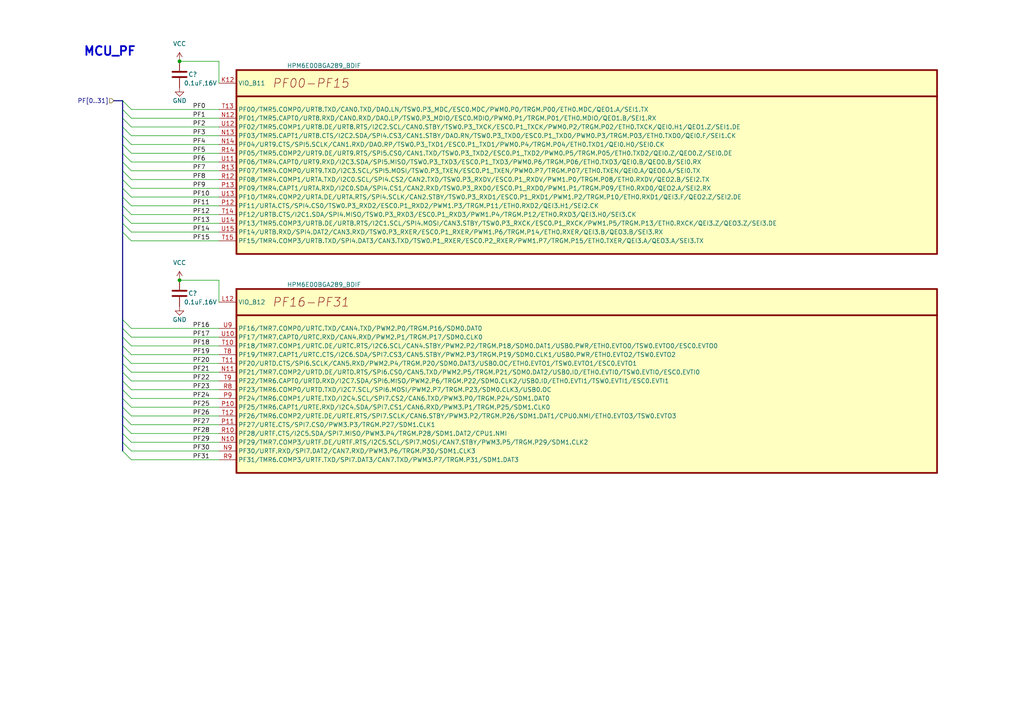
<source format=kicad_sch>
(kicad_sch (version 20230121) (generator eeschema)
  (paper "A4")
  (title_block (title "HPM6E00FULLPORTRevB") (date "2024-09-12") (rev "RevA") (comment 1 "MCU_PF"))
  (junction (at 52.07 81.28))
  (junction (at 52.07 17.78))
  (bus_entry (at 35.56 31.75) (size 2.54 2.54))
  (bus_entry (at 35.56 120.65) (size 2.54 2.54))
  (bus_entry (at 35.56 92.71) (size 2.54 2.54))
  (bus_entry (at 35.56 107.95) (size 2.54 2.54))
  (bus_entry (at 35.56 49.53) (size 2.54 2.54))
  (bus_entry (at 35.56 62.23) (size 2.54 2.54))
  (bus_entry (at 35.56 118.11) (size 2.54 2.54))
  (bus_entry (at 35.56 125.73) (size 2.54 2.54))
  (bus_entry (at 35.56 34.29) (size 2.54 2.54))
  (bus_entry (at 35.56 29.21) (size 2.54 2.54))
  (bus_entry (at 35.56 44.45) (size 2.54 2.54))
  (bus_entry (at 35.56 67.31) (size 2.54 2.54))
  (bus_entry (at 35.56 100.33) (size 2.54 2.54))
  (bus_entry (at 35.56 105.41) (size 2.54 2.54))
  (bus_entry (at 35.56 41.91) (size 2.54 2.54))
  (bus_entry (at 35.56 36.83) (size 2.54 2.54))
  (bus_entry (at 35.56 102.87) (size 2.54 2.54))
  (bus_entry (at 35.56 57.15) (size 2.54 2.54))
  (bus_entry (at 35.56 54.61) (size 2.54 2.54))
  (bus_entry (at 35.56 97.79) (size 2.54 2.54))
  (bus_entry (at 35.56 113.03) (size 2.54 2.54))
  (bus_entry (at 35.56 64.77) (size 2.54 2.54))
  (bus_entry (at 35.56 52.07) (size 2.54 2.54))
  (bus_entry (at 35.56 59.69) (size 2.54 2.54))
  (bus_entry (at 35.56 110.49) (size 2.54 2.54))
  (bus_entry (at 35.56 95.25) (size 2.54 2.54))
  (bus_entry (at 35.56 115.57) (size 2.54 2.54))
  (bus_entry (at 35.56 128.27) (size 2.54 2.54))
  (bus_entry (at 35.56 123.19) (size 2.54 2.54))
  (bus_entry (at 35.56 46.99) (size 2.54 2.54))
  (bus_entry (at 35.56 39.37) (size 2.54 2.54))
  (bus_entry (at 35.56 130.81) (size 2.54 2.54))
  (wire (pts (xy 38.1 49.53) (xy 63.5 49.53)))
  (wire (pts (xy 38.1 41.91) (xy 63.5 41.91)))
  (bus (pts (xy 35.56 34.29) (xy 35.56 36.83)))
  (wire (pts (xy 38.1 36.83) (xy 63.5 36.83)))
  (bus (pts (xy 35.56 59.69) (xy 35.56 62.23)))
  (wire (pts (xy 38.1 39.37) (xy 63.5 39.37)))
  (wire (pts (xy 63.5 17.78) (xy 63.5 24.13)))
  (bus (pts (xy 35.56 92.71) (xy 35.56 95.25)))
  (wire (pts (xy 38.1 125.73) (xy 63.5 125.73)))
  (wire (pts (xy 38.1 52.07) (xy 63.5 52.07)))
  (bus (pts (xy 35.56 118.11) (xy 35.56 120.65)))
  (bus (pts (xy 35.56 123.19) (xy 35.56 125.73)))
  (wire (pts (xy 38.1 31.75) (xy 63.5 31.75)))
  (bus (pts (xy 35.56 39.37) (xy 35.56 41.91)))
  (bus (pts (xy 35.56 49.53) (xy 35.56 52.07)))
  (bus (pts (xy 35.56 113.03) (xy 35.56 115.57)))
  (wire (pts (xy 38.1 54.61) (xy 63.5 54.61)))
  (wire (pts (xy 38.1 118.11) (xy 63.5 118.11)))
  (bus (pts (xy 35.56 29.21) (xy 35.56 31.75)))
  (wire (pts (xy 38.1 115.57) (xy 63.5 115.57)))
  (bus (pts (xy 35.56 57.15) (xy 35.56 59.69)))
  (bus (pts (xy 35.56 105.41) (xy 35.56 107.95)))
  (wire (pts (xy 38.1 113.03) (xy 63.5 113.03)))
  (bus (pts (xy 33.02 29.21) (xy 35.56 29.21)))
  (bus (pts (xy 35.56 41.91) (xy 35.56 44.45)))
  (bus (pts (xy 35.56 128.27) (xy 35.56 130.81)))
  (bus (pts (xy 35.56 67.31) (xy 35.56 92.71)))
  (bus (pts (xy 35.56 125.73) (xy 35.56 128.27)))
  (wire (pts (xy 63.5 81.28) (xy 52.07 81.28)))
  (wire (pts (xy 38.1 100.33) (xy 63.5 100.33)))
  (wire (pts (xy 63.5 81.28) (xy 63.5 87.63)))
  (wire (pts (xy 38.1 44.45) (xy 63.5 44.45)))
  (wire (pts (xy 38.1 123.19) (xy 63.5 123.19)))
  (wire (pts (xy 38.1 34.29) (xy 63.5 34.29)))
  (bus (pts (xy 35.56 120.65) (xy 35.56 123.19)))
  (wire (pts (xy 38.1 69.85) (xy 63.5 69.85)))
  (wire (pts (xy 38.1 59.69) (xy 63.5 59.69)))
  (bus (pts (xy 35.56 64.77) (xy 35.56 67.31)))
  (wire (pts (xy 38.1 107.95) (xy 63.5 107.95)))
  (bus (pts (xy 35.56 115.57) (xy 35.56 118.11)))
  (wire (pts (xy 38.1 133.35) (xy 63.5 133.35)))
  (bus (pts (xy 35.56 52.07) (xy 35.56 54.61)))
  (bus (pts (xy 35.56 100.33) (xy 35.56 102.87)))
  (wire (pts (xy 38.1 110.49) (xy 63.5 110.49)))
  (bus (pts (xy 35.56 46.99) (xy 35.56 49.53)))
  (bus (pts (xy 35.56 102.87) (xy 35.56 105.41)))
  (bus (pts (xy 35.56 62.23) (xy 35.56 64.77)))
  (bus (pts (xy 35.56 44.45) (xy 35.56 46.99)))
  (wire (pts (xy 38.1 97.79) (xy 63.5 97.79)))
  (bus (pts (xy 35.56 107.95) (xy 35.56 110.49)))
  (wire (pts (xy 38.1 62.23) (xy 63.5 62.23)))
  (bus (pts (xy 35.56 31.75) (xy 35.56 34.29)))
  (wire (pts (xy 38.1 46.99) (xy 63.5 46.99)))
  (wire (pts (xy 38.1 128.27) (xy 63.5 128.27)))
  (wire (pts (xy 38.1 67.31) (xy 63.5 67.31)))
  (bus (pts (xy 35.56 110.49) (xy 35.56 113.03)))
  (wire (pts (xy 38.1 95.25) (xy 63.5 95.25)))
  (bus (pts (xy 35.56 97.79) (xy 35.56 100.33)))
  (bus (pts (xy 35.56 36.83) (xy 35.56 39.37)))
  (bus (pts (xy 35.56 54.61) (xy 35.56 57.15)))
  (bus (pts (xy 35.56 95.25) (xy 35.56 97.79)))
  (wire (pts (xy 38.1 105.41) (xy 63.5 105.41)))
  (wire (pts (xy 38.1 130.81) (xy 63.5 130.81)))
  (wire (pts (xy 38.1 102.87) (xy 63.5 102.87)))
  (wire (pts (xy 63.5 17.78) (xy 52.07 17.78)))
  (wire (pts (xy 38.1 120.65) (xy 63.5 120.65)))
  (wire (pts (xy 38.1 64.77) (xy 63.5 64.77)))
  (wire (pts (xy 38.1 57.15) (xy 63.5 57.15)))
  (text "MCU_PF" (at 24.13 16.51 0) (effects (font (size 2.54 2.54) (thickness 0.508) bold) (justify left bottom)))
  (label "PF17" (at 55.88 97.79 0))
  (label "PF21" (at 55.88 107.95 0))
  (label "PF15" (at 55.88 69.85 0))
  (label "PF16" (at 55.88 95.25 0))
  (label "PF29" (at 55.88 128.27 0))
  (label "PF28" (at 55.88 125.73 0))
  (label "PF22" (at 55.88 110.49 0))
  (label "PF8" (at 55.88 52.07 0))
  (label "PF0" (at 55.88 31.75 0))
  (label "PF5" (at 55.88 44.45 0))
  (label "PF1" (at 55.88 34.29 0))
  (label "PF6" (at 55.88 46.99 0))
  (label "PF10" (at 55.88 57.15 0))
  (label "PF7" (at 55.88 49.53 0))
  (label "PF23" (at 55.88 113.03 0))
  (label "PF11" (at 55.88 59.69 0))
  (label "PF13" (at 55.88 64.77 0))
  (label "PF24" (at 55.88 115.57 0))
  (label "PF19" (at 55.88 102.87 0))
  (label "PF31" (at 55.88 133.35 0))
  (label "PF4" (at 55.88 41.91 0))
  (label "PF14" (at 55.88 67.31 0))
  (label "PF26" (at 55.88 120.65 0))
  (label "PF20" (at 55.88 105.41 0))
  (label "PF12" (at 55.88 62.23 0))
  (label "PF18" (at 55.88 100.33 0))
  (label "PF25" (at 55.88 118.11 0))
  (label "PF30" (at 55.88 130.81 0))
  (label "PF2" (at 55.88 36.83 0))
  (label "PF9" (at 55.88 54.61 0))
  (label "PF3" (at 55.88 39.37 0))
  (label "PF27" (at 55.88 123.19 0))
  (hierarchical_label "PF[0..31]" (shape input) (at 33.02 29.21 180))
  (symbol (lib_id "power:GND") (at 52.07 25.4 0) (unit 1)
    (property "Reference" "#PWR?" (effects hide))
    (property "Value" "GND" (at 50.038 29.21 0) (effects (justify left)))
    (instances (project "HPM6E00 SKT Board BGA289_BDIF REVA" (path "" (reference "#PWR?") (unit 1)) (path "" (reference "#PWR?") (unit 1))) (project "HPM5300-CON-JTAG" (path "" (reference "#PWR?") (unit 1))) (project "HPM6E00FULLPORTRevB" (path "" (reference "#PWR?") (unit 1)) (path "" (reference "#PWR?") (unit 1)) (path "" (reference "#PWR?") (unit 1)) (path "" (reference "#PWR?") (unit 1)) (path "" (reference "#PWR078") (unit 1))) (project "HPM5300 SKT Board LQFP100 REVA" (path "" (reference "#PWR?") (unit 1))))
  )
  (symbol (lib_id "00_HPM_power:VCC") (at 52.07 17.78 0) (unit 1)
    (property "Reference" "#PWR?" (effects hide))
    (property "Value" "VCC" (at 52.07 12.7 0))
    (instances (project "HPM6E00FULLPORTRevB" (path "" (reference "#PWR?") (unit 1)) (path "" (reference "#PWR076") (unit 1))))
  )
  (symbol (lib_id "99_HPM:HPM6E00BGA289_BDIF") (at 68.58 83.82 0) (unit 15)
    (property "Reference" "U?" (effects hide))
    (property "Value" "HPM6E00BGA289_BDIF" (at 93.98 82.55 0))
    (property "Footprint" "00_HPM_Library:BGA-289_17x17_14.0x14.0mm" (effects hide))
    (instances (project "HPM6E00 SKT Board BGA289_BDIF REVA" (path "" (reference "U?") (unit 15))) (project "HPM6E00FULLPORTRevB" (path "" (reference "U?") (unit 15)) (path "" (reference "U2") (unit 15))))
  )
  (symbol (lib_id "power:GND") (at 52.07 88.9 0) (unit 1)
    (property "Reference" "#PWR?" (effects hide))
    (property "Value" "GND" (at 50.038 92.71 0) (effects (justify left)))
    (instances (project "HPM6E00 SKT Board BGA289_BDIF REVA" (path "" (reference "#PWR?") (unit 1)) (path "" (reference "#PWR?") (unit 1))) (project "HPM5300-CON-JTAG" (path "" (reference "#PWR?") (unit 1))) (project "HPM6E00FULLPORTRevB" (path "" (reference "#PWR?") (unit 1)) (path "" (reference "#PWR?") (unit 1)) (path "" (reference "#PWR?") (unit 1)) (path "" (reference "#PWR?") (unit 1)) (path "" (reference "#PWR079") (unit 1))) (project "HPM5300 SKT Board LQFP100 REVA" (path "" (reference "#PWR?") (unit 1))))
  )
  (symbol (lib_id "03_HPM_Capacitance:0.1uF,16V_0402") (at 52.07 21.59 0) (unit 1)
    (property "Reference" "C?" (at 54.61 21.59 0) (effects (justify left)))
    (property "Value" "0.1uF,16V" (at 53.34 24.13 0) (effects (justify left)))
    (property "Footprint" "03_HPM_Capacitance:C_0402_1005Metric" (effects hide))
    (property "Model" "CL05B104KO5NNNC" (effects hide))
    (property "Company" "SAMSUNG(三星)" (effects hide))
    (instances (project "HPM5300-USB-OSC" (path "" (reference "C?") (unit 1))) (project "HPM6E00 SKT Board BGA289_BDIF REVA" (path "" (reference "C?") (unit 1)) (path "" (reference "C?") (unit 1)) (path "" (reference "C?") (unit 1))) (project "HPM6E00FULLPORTRevB" (path "" (reference "C?") (unit 1)) (path "" (reference "C?") (unit 1)) (path "" (reference "C?") (unit 1)) (path "" (reference "C?") (unit 1)) (path "" (reference "C39") (unit 1))) (project "HPM5300 SKT Board LQFP100 REVA" (path "" (reference "C?") (unit 1))))
  )
  (symbol (lib_id "99_HPM:HPM6E00BGA289_BDIF") (at 68.58 20.32 0) (unit 14)
    (property "Reference" "U?" (effects hide))
    (property "Value" "HPM6E00BGA289_BDIF" (at 93.98 19.05 0))
    (property "Footprint" "00_HPM_Library:BGA-289_17x17_14.0x14.0mm" (effects hide))
    (instances (project "HPM6E00 SKT Board BGA289_BDIF REVA" (path "" (reference "U?") (unit 14))) (project "HPM6E00FULLPORTRevB" (path "" (reference "U?") (unit 14)) (path "" (reference "U2") (unit 14))))
  )
  (symbol (lib_id "00_HPM_power:VCC") (at 52.07 81.28 0) (unit 1)
    (property "Reference" "#PWR?" (effects hide))
    (property "Value" "VCC" (at 52.07 76.2 0))
    (instances (project "HPM6E00FULLPORTRevB" (path "" (reference "#PWR?") (unit 1)) (path "" (reference "#PWR077") (unit 1))))
  )
  (symbol (lib_id "03_HPM_Capacitance:0.1uF,16V_0402") (at 52.07 85.09 0) (unit 1)
    (property "Reference" "C?" (at 54.61 85.09 0) (effects (justify left)))
    (property "Value" "0.1uF,16V" (at 53.34 87.63 0) (effects (justify left)))
    (property "Footprint" "03_HPM_Capacitance:C_0402_1005Metric" (effects hide))
    (property "Model" "CL05B104KO5NNNC" (effects hide))
    (property "Company" "SAMSUNG(三星)" (effects hide))
    (instances (project "HPM5300-USB-OSC" (path "" (reference "C?") (unit 1))) (project "HPM6E00 SKT Board BGA289_BDIF REVA" (path "" (reference "C?") (unit 1)) (path "" (reference "C?") (unit 1)) (path "" (reference "C?") (unit 1))) (project "HPM6E00FULLPORTRevB" (path "" (reference "C?") (unit 1)) (path "" (reference "C?") (unit 1)) (path "" (reference "C?") (unit 1)) (path "" (reference "C?") (unit 1)) (path "" (reference "C40") (unit 1))) (project "HPM5300 SKT Board LQFP100 REVA" (path "" (reference "C?") (unit 1))))
  )
)
</source>
